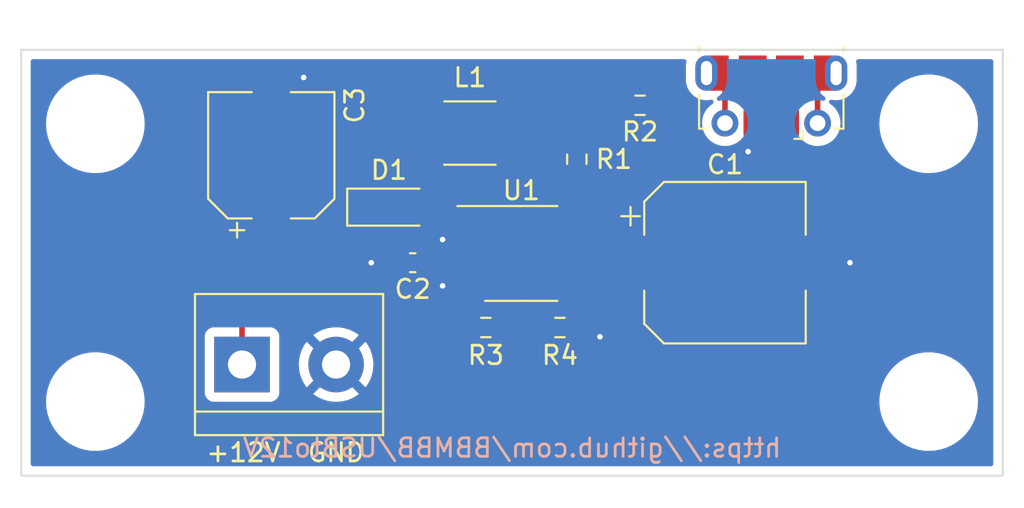
<source format=kicad_pcb>
(kicad_pcb (version 20211014) (generator pcbnew)
  (title_block (title "USBto12V") (date "2022-03-07") (rev "0.1") (company "https://github.com/BBMBB/USBto12V"))
  (layers (0 "F.Cu" signal) (31 "B.Cu" signal) (34 "B.Paste" user) (35 "F.Paste" user) (36 "B.SilkS" user "B.Silkscreen") (37 "F.SilkS" user "F.Silkscreen") (38 "B.Mask" user) (39 "F.Mask" user) (44 "Edge.Cuts" user))
  (net 0 "")
  (net 1 "VBUS")
  (net 2 "GND")
  (net 3 "Net-(C2-Pad1)")
  (net 4 "+12V")
  (net 5 "Net-(D1-Pad2)")
  (net 9 "unconnected-(J1-Pad6)")
  (net 10 "Net-(L1-Pad1)")
  (net 11 "Net-(R1-Pad1)")
  (net 12 "Net-(R3-Pad2)")
  (footprint "MountingHole:MountingHole_4.3mm_M4_DIN965" (layer "F.Cu") (at 84 83)
    (fp_text reference "H3" hide)
    (fp_text value "MountingHole")
    (pad "" np_thru_hole circle (at 0 0) (size 4.3 4.3) (drill 4.3) (layers *.Cu *.Mask))
  )
  (footprint "TerminalBlock:TerminalBlock_bornier-2_P5.08mm" (layer "F.Cu") (at 91.92 96)
    (fp_text reference "J2" hide)
    (fp_text value "Conn_01x02_Female")
    (fp_line (start -2.54 3.81) (end 7.62 3.81) (layer "F.SilkS") (width 0.12))
    (fp_line (start 7.62 3.81) (end 7.62 -3.81) (layer "F.SilkS") (width 0.12))
    (fp_line (start 7.62 -3.81) (end -2.54 -3.81) (layer "F.SilkS") (width 0.12))
    (fp_line (start 7.62 2.54) (end -2.54 2.54) (layer "F.SilkS") (width 0.12))
    (fp_line (start -2.54 -3.81) (end -2.54 3.81) (layer "F.SilkS") (width 0.12))
    (pad "1" thru_hole rect (at 0 0) (size 3 3) (drill 1.52) (layers *.Cu *.Mask) (net 4 "+12V"))
    (pad "2" thru_hole circle (at 5.08 0) (size 3 3) (drill 1.52) (layers *.Cu *.Mask) (net 2 "GND"))
  )
  (footprint "Capacitor_SMD:C_0603_1608Metric_Pad1.08x0.95mm_HandSolder" (layer "F.Cu") (at 101.1375 90.5 180)
    (fp_text reference "C2" (at 0 -1.43) (layer "F.SilkS"))
    (fp_text value "470p")
    (fp_line (start -0.146267 0.51) (end 0.146267 0.51) (layer "F.SilkS") (width 0.12))
    (fp_line (start -0.146267 -0.51) (end 0.146267 -0.51) (layer "F.SilkS") (width 0.12))
    (pad "1" smd roundrect (at -0.8625 0 180) (size 1.075 0.95) (layers "F.Cu" "F.Paste" "F.Mask") (net 3 "Net-(C2-Pad1)"))
    (pad "2" smd roundrect (at 0.8625 0 180) (size 1.075 0.95) (layers "F.Cu" "F.Paste" "F.Mask") (net 2 "GND"))
  )
  (footprint "Capacitor_SMD:CP_Elec_8x10.5" (layer "F.Cu") (at 118 90.5)
    (fp_text reference "C1" (at 0 -5.3) (layer "F.SilkS"))
    (fp_text value "470u")
    (fp_line (start 4.36 -4.36) (end 4.36 -1.51) (layer "F.SilkS") (width 0.12))
    (fp_line (start 4.36 4.36) (end 4.36 1.51) (layer "F.SilkS") (width 0.12))
    (fp_line (start -4.36 -3.295563) (end -4.36 -1.51) (layer "F.SilkS") (width 0.12))
    (fp_line (start -4.36 -3.295563) (end -3.295563 -4.36) (layer "F.SilkS") (width 0.12))
    (fp_line (start -5.1 -3.01) (end -5.1 -2.01) (layer "F.SilkS") (width 0.12))
    (fp_line (start -4.36 3.295563) (end -4.36 1.51) (layer "F.SilkS") (width 0.12))
    (fp_line (start -3.295563 4.36) (end 4.36 4.36) (layer "F.SilkS") (width 0.12))
    (fp_line (start -5.6 -2.51) (end -4.6 -2.51) (layer "F.SilkS") (width 0.12))
    (fp_line (start -3.295563 -4.36) (end 4.36 -4.36) (layer "F.SilkS") (width 0.12))
    (fp_line (start -4.36 3.295563) (end -3.295563 4.36) (layer "F.SilkS") (width 0.12))
    (pad "1" smd roundrect (at -3.7 0) (size 4.4 2.5) (layers "F.Cu" "F.Paste" "F.Mask") (roundrect_rratio 0.1) (net 1 "VBUS"))
    (pad "2" smd roundrect (at 3.7 0) (size 4.4 2.5) (layers "F.Cu" "F.Paste" "F.Mask") (roundrect_rratio 0.1) (net 2 "GND"))
  )
  (footprint "Package_SO:SOP-8_3.9x4.9mm_P1.27mm" (layer "F.Cu") (at 107 90)
    (fp_text reference "U1" (at 0 -3.4) (layer "F.SilkS"))
    (fp_text value "MC34063AG")
    (fp_line (start 0 -2.56) (end 1.95 -2.56) (layer "F.SilkS") (width 0.12))
    (fp_line (start 0 2.56) (end -1.95 2.56) (layer "F.SilkS") (width 0.12))
    (fp_line (start 0 2.56) (end 1.95 2.56) (layer "F.SilkS") (width 0.12))
    (fp_line (start 0 -2.56) (end -3.45 -2.56) (layer "F.SilkS") (width 0.12))
    (pad "1" smd roundrect (at -2.625 -1.905) (size 1.65 0.6) (layers "F.Cu" "F.Paste" "F.Mask") (net 5 "Net-(D1-Pad2)"))
    (pad "2" smd roundrect (at -2.625 -0.635) (size 1.65 0.6) (layers "F.Cu" "F.Paste" "F.Mask") (net 2 "GND"))
    (pad "3" smd roundrect (at -2.625 0.635) (size 1.65 0.6) (layers "F.Cu" "F.Paste" "F.Mask") (net 3 "Net-(C2-Pad1)"))
    (pad "4" smd roundrect (at -2.625 1.905) (size 1.65 0.6) (layers "F.Cu" "F.Paste" "F.Mask") (net 2 "GND"))
    (pad "5" smd roundrect (at 2.625 1.905) (size 1.65 0.6) (layers "F.Cu" "F.Paste" "F.Mask") (net 12 "Net-(R3-Pad2)"))
    (pad "6" smd roundrect (at 2.625 0.635) (size 1.65 0.6) (layers "F.Cu" "F.Paste" "F.Mask") (net 1 "VBUS"))
    (pad "7" smd roundrect (at 2.625 -0.635) (size 1.65 0.6) (layers "F.Cu" "F.Paste" "F.Mask") (net 10 "Net-(L1-Pad1)"))
    (pad "8" smd roundrect (at 2.625 -1.905) (size 1.65 0.6) (layers "F.Cu" "F.Paste" "F.Mask") (net 11 "Net-(R1-Pad1)"))
  )
  (footprint "Capacitor_SMD:CP_Elec_6.3x7.7" (layer "F.Cu") (at 93.5 84.7 90)
    (fp_text reference "C3" (at 2.7 4.5 90) (layer "F.SilkS"))
    (fp_text value "100u")
    (fp_line (start 3.41 -3.41) (end 3.41 -1.06) (layer "F.SilkS") (width 0.12))
    (fp_line (start -2.345563 -3.41) (end 3.41 -3.41) (layer "F.SilkS") (width 0.12))
    (fp_line (start -3.41 2.345563) (end -3.41 1.06) (layer "F.SilkS") (width 0.12))
    (fp_line (start 3.41 3.41) (end 3.41 1.06) (layer "F.SilkS") (width 0.12))
    (fp_line (start -2.345563 3.41) (end 3.41 3.41) (layer "F.SilkS") (width 0.12))
    (fp_line (start -3.41 -2.345563) (end -3.41 -1.06) (layer "F.SilkS") (width 0.12))
    (fp_line (start -3.41 -2.345563) (end -2.345563 -3.41) (layer "F.SilkS") (width 0.12))
    (fp_line (start -4.04375 -2.24125) (end -4.04375 -1.45375) (layer "F.SilkS") (width 0.12))
    (fp_line (start -4.4375 -1.8475) (end -3.65 -1.8475) (layer "F.SilkS") (width 0.12))
    (fp_line (start -3.41 2.345563) (end -2.345563 3.41) (layer "F.SilkS") (width 0.12))
    (pad "1" smd roundrect (at -2.7 0 90) (size 3.5 1.6) (layers "F.Cu" "F.Paste" "F.Mask") (roundrect_rratio 0.15625) (net 4 "+12V"))
    (pad "2" smd roundrect (at 2.7 0 90) (size 3.5 1.6) (layers "F.Cu" "F.Paste" "F.Mask") (roundrect_rratio 0.15625) (net 2 "GND"))
  )
  (footprint "Resistor_SMD:R_0603_1608Metric_Pad0.98x0.95mm_HandSolder" (layer "F.Cu") (at 113.4125 82 180)
    (fp_text reference "R2" (at 0 -1.43) (layer "F.SilkS"))
    (fp_text value "0R22")
    (fp_line (start -0.254724 0.5225) (end 0.254724 0.5225) (layer "F.SilkS") (width 0.12))
    (fp_line (start -0.254724 -0.5225) (end 0.254724 -0.5225) (layer "F.SilkS") (width 0.12))
    (pad "1" smd roundrect (at -0.9125 0 180) (size 0.975 0.95) (layers "F.Cu" "F.Paste" "F.Mask") (net 1 "VBUS"))
    (pad "2" smd roundrect (at 0.9125 0 180) (size 0.975 0.95) (layers "F.Cu" "F.Paste" "F.Mask") (net 10 "Net-(L1-Pad1)"))
  )
  (footprint "MountingHole:MountingHole_4.3mm_M4_DIN965" (layer "F.Cu") (at 84 98)
    (fp_text reference "H2" hide)
    (fp_text value "MountingHole")
    (pad "" np_thru_hole circle (at 0 0) (size 4.3 4.3) (drill 4.3) (layers *.Cu *.Mask))
  )
  (footprint "MountingHole:MountingHole_4.3mm_M4_DIN965" (layer "F.Cu") (at 129 98)
    (fp_text reference "H1" hide)
    (fp_text value "MountingHole")
    (pad "" np_thru_hole circle (at 0 0) (size 4.3 4.3) (drill 4.3) (layers *.Cu *.Mask))
  )
  (footprint "Connector_USB:USB_Micro-B_Molex-105017-0001" (layer "F.Cu") (at 120.5 81.5 180)
    (fp_text reference "J1" hide)
    (fp_text value "USB_B_Micro")
    (fp_line (start -1.7 -2.3125) (end -1.7 -1.8625) (layer "F.SilkS") (width 0.12))
    (fp_line (start -3.9 2.6375) (end -3.9 2.3875) (layer "F.SilkS") (width 0.12))
    (fp_line (start -1.7 -2.3125) (end -1.25 -2.3125) (layer "F.SilkS") (width 0.12))
    (fp_line (start -3.9 0.0875) (end -3.9 -1.7625) (layer "F.SilkS") (width 0.12))
    (fp_line (start 3.9 -1.7625) (end 3.45 -1.7625) (layer "F.SilkS") (width 0.12))
    (fp_line (start 3.9 2.6375) (end 3.9 2.3875) (layer "F.SilkS") (width 0.12))
    (fp_line (start -3.9 -1.7625) (end -3.45 -1.7625) (layer "F.SilkS") (width 0.12))
    (fp_line (start 3.9 0.0875) (end 3.9 -1.7625) (layer "F.SilkS") (width 0.12))
    (pad "1" smd rect (at -1.3 -1.4625 180) (size 0.4 1.35) (layers "F.Cu" "F.Paste" "F.Mask") (net 1 "VBUS"))
    (pad "2" smd rect (at -0.65 -1.4625 180) (size 0.4 1.35) (layers "F.Cu" "F.Paste" "F.Mask"))
    (pad "3" smd rect (at 0 -1.4625 180) (size 0.4 1.35) (layers "F.Cu" "F.Paste" "F.Mask"))
    (pad "4" smd rect (at 0.65 -1.4625 180) (size 0.4 1.35) (layers "F.Cu" "F.Paste" "F.Mask"))
    (pad "5" smd rect (at 1.3 -1.4625 180) (size 0.4 1.35) (layers "F.Cu" "F.Paste" "F.Mask") (net 2 "GND"))
    (pad "6" thru_hole oval (at 3.5 1.2375 180) (size 1.2 1.9) (drill oval 0.6 1.3) (layers *.Cu *.Mask) (net 9 "unconnected-(J1-Pad6)"))
    (pad "6" smd rect (at 1 1.2375 180) (size 1.5 1.9) (layers "F.Cu" "F.Paste" "F.Mask") (net 9 "unconnected-(J1-Pad6)"))
    (pad "6" smd rect (at -1 1.2375 180) (size 1.5 1.9) (layers "F.Cu" "F.Paste" "F.Mask") (net 9 "unconnected-(J1-Pad6)"))
    (pad "6" smd rect (at -2.9 1.2375 180) (size 1.2 1.9) (layers "F.Cu" "F.Mask") (net 9 "unconnected-(J1-Pad6)"))
    (pad "6" smd rect (at 2.9 1.2375 180) (size 1.2 1.9) (layers "F.Cu" "F.Mask") (net 9 "unconnected-(J1-Pad6)"))
    (pad "6" thru_hole oval (at -3.5 1.2375) (size 1.2 1.9) (drill oval 0.6 1.3) (layers *.Cu *.Mask) (net 9 "unconnected-(J1-Pad6)"))
    (pad "6" thru_hole circle (at -2.5 -1.4625 180) (size 1.45 1.45) (drill 0.85) (layers *.Cu *.Mask) (net 9 "unconnected-(J1-Pad6)"))
    (pad "6" thru_hole circle (at 2.5 -1.4625 180) (size 1.45 1.45) (drill 0.85) (layers *.Cu *.Mask) (net 9 "unconnected-(J1-Pad6)"))
  )
  (footprint "Inductor_SMD:L_1812_4532Metric_Pad1.30x3.40mm_HandSolder" (layer "F.Cu") (at 104.225 83.5 180)
    (fp_text reference "L1" (at 0 3) (layer "F.SilkS"))
    (fp_text value "100u")
    (fp_line (start -1.386252 1.71) (end 1.386252 1.71) (layer "F.SilkS") (width 0.12))
    (fp_line (start -1.386252 -1.71) (end 1.386252 -1.71) (layer "F.SilkS") (width 0.12))
    (pad "1" smd roundrect (at -2.225 0 180) (size 1.3 3.4) (layers "F.Cu" "F.Paste" "F.Mask") (roundrect_rratio 0.1923076923) (net 10 "Net-(L1-Pad1)"))
    (pad "2" smd roundrect (at 2.225 0 180) (size 1.3 3.4) (layers "F.Cu" "F.Paste" "F.Mask") (roundrect_rratio 0.1923076923) (net 5 "Net-(D1-Pad2)"))
  )
  (footprint "Resistor_SMD:R_0603_1608Metric_Pad0.98x0.95mm_HandSolder" (layer "F.Cu") (at 110 84.9125 90)
    (fp_text reference "R1" (at 0 2 180) (layer "F.SilkS"))
    (fp_text value "220")
    (fp_line (start -0.254724 -0.5225) (end 0.254724 -0.5225) (layer "F.SilkS") (width 0.12))
    (fp_line (start -0.254724 0.5225) (end 0.254724 0.5225) (layer "F.SilkS") (width 0.12))
    (pad "1" smd roundrect (at -0.9125 0 90) (size 0.975 0.95) (layers "F.Cu" "F.Paste" "F.Mask") (net 11 "Net-(R1-Pad1)"))
    (pad "2" smd roundrect (at 0.9125 0 90) (size 0.975 0.95) (layers "F.Cu" "F.Paste" "F.Mask") (net 10 "Net-(L1-Pad1)"))
  )
  (footprint "Resistor_SMD:R_0603_1608Metric_Pad0.98x0.95mm_HandSolder" (layer "F.Cu") (at 105.0875 94)
    (fp_text reference "R3" (at 0 1.5) (layer "F.SilkS"))
    (fp_text value "13k")
    (fp_line (start -0.254724 0.5225) (end 0.254724 0.5225) (layer "F.SilkS") (width 0.12))
    (fp_line (start -0.254724 -0.5225) (end 0.254724 -0.5225) (layer "F.SilkS") (width 0.12))
    (pad "1" smd roundrect (at -0.9125 0) (size 0.975 0.95) (layers "F.Cu" "F.Paste" "F.Mask") (net 4 "+12V"))
    (pad "2" smd roundrect (at 0.9125 0) (size 0.975 0.95) (layers "F.Cu" "F.Paste" "F.Mask") (net 12 "Net-(R3-Pad2)"))
  )
  (footprint "Diode_SMD:D_SOD-123" (layer "F.Cu") (at 99.85 87.5)
    (fp_text reference "D1" (at 0 -2) (layer "F.SilkS"))
    (fp_text value "B5818W")
    (fp_line (start -2.25 -1) (end 1.65 -1) (layer "F.SilkS") (width 0.12))
    (fp_line (start -2.25 -1) (end -2.25 1) (layer "F.SilkS") (width 0.12))
    (fp_line (start -2.25 1) (end 1.65 1) (layer "F.SilkS") (width 0.12))
    (pad "1" smd rect (at -1.65 0) (size 0.9 1.2) (layers "F.Cu" "F.Paste" "F.Mask") (net 4 "+12V"))
    (pad "2" smd rect (at 1.65 0) (size 0.9 1.2) (layers "F.Cu" "F.Paste" "F.Mask") (net 5 "Net-(D1-Pad2)"))
  )
  (footprint "MountingHole:MountingHole_4.3mm_M4_DIN965" (layer "F.Cu") (at 129 83)
    (fp_text reference "H4" hide)
    (fp_text value "MountingHole")
    (pad "" np_thru_hole circle (at 0 0) (size 4.3 4.3) (drill 4.3) (layers *.Cu *.Mask))
  )
  (footprint "Resistor_SMD:R_0603_1608Metric_Pad0.98x0.95mm_HandSolder" (layer "F.Cu") (at 109.0875 94)
    (fp_text reference "R4" (at 0 1.5) (layer "F.SilkS"))
    (fp_text value "1k5")
    (fp_line (start -0.254724 -0.5225) (end 0.254724 -0.5225) (layer "F.SilkS") (width 0.12))
    (fp_line (start -0.254724 0.5225) (end 0.254724 0.5225) (layer "F.SilkS") (width 0.12))
    (pad "1" smd roundrect (at -0.9125 0) (size 0.975 0.95) (layers "F.Cu" "F.Paste" "F.Mask") (net 12 "Net-(R3-Pad2)"))
    (pad "2" smd roundrect (at 0.9125 0) (size 0.975 0.95) (layers "F.Cu" "F.Paste" "F.Mask") (net 2 "GND"))
  )
  (gr_line (start 80 79) (end 123 79) (layer "Edge.Cuts") (width 0.1))
  (gr_line (start 80 102) (end 80 79) (layer "Edge.Cuts") (width 0.1))
  (gr_line (start 123 79) (end 133 79) (layer "Edge.Cuts") (width 0.1))
  (gr_line (start 133 102) (end 80 102) (layer "Edge.Cuts") (width 0.1))
  (gr_line (start 133 79) (end 133 102) (layer "Edge.Cuts") (width 0.1))
  (gr_text "https://github.com/BBMBB/USBto12V" (at 106.5 100.5) (layer "B.SilkS") (effects (font (size 1 1)) (justify mirror)))
  (gr_text "+12V" (at 92 100.75) (layer "F.SilkS") (effects (font (size 1 1))))
  (gr_text "GND" (at 97 100.75) (layer "F.SilkS") (effects (font (size 1 1))))
  (segment (start 121.8 82.9625) (end 121.8 84.7) (width 0.3) (layer "F.Cu") (net 1))
  (segment (start 121.8 84.7) (end 121 85.5) (width 0.3) (layer "F.Cu") (net 1))
  (segment (start 121 85.5) (end 116.5 85.5) (width 0.3) (layer "F.Cu") (net 1))
  (segment (start 116.5 85.5) (end 114.325 83.325) (width 0.3) (layer "F.Cu") (net 1))
  (segment (start 114.3 90.5) (end 109.76 90.5) (width 0.3) (layer "F.Cu") (net 1))
  (segment (start 114.3 90.5) (end 114.3 87.7) (width 0.3) (layer "F.Cu") (net 1))
  (segment (start 114.325 83.325) (end 114.325 82) (width 0.3) (layer "F.Cu") (net 1))
  (segment (start 109.76 90.5) (end 109.625 90.635) (width 0.3) (layer "F.Cu") (net 1))
  (segment (start 114.3 87.7) (end 116.5 85.5) (width 0.3) (layer "F.Cu") (net 1))
  (segment (start 119.2 82.9625) (end 119.2 84.45) (width 0.3) (layer "F.Cu") (net 2))
  (segment (start 121.7 90.5) (end 124.75 90.5) (width 0.5) (layer "F.Cu") (net 2))
  (segment (start 102.905 91.905) (end 102.75 91.75) (width 0.3) (layer "F.Cu") (net 2))
  (segment (start 104.375 91.905) (end 102.905 91.905) (width 0.3) (layer "F.Cu") (net 2))
  (segment (start 100.275 90.5) (end 98.8995 90.5) (width 0.5) (layer "F.Cu") (net 2))
  (segment (start 104.375 89.365) (end 102.865 89.365) (width 0.3) (layer "F.Cu") (net 2))
  (segment (start 119.2 84.45) (end 119.25 84.5) (width 0.3) (layer "F.Cu") (net 2))
  (segment (start 110 94) (end 110.75 94) (width 0.5) (layer "F.Cu") (net 2))
  (segment (start 94.75 80.5) (end 95.25 80.5) (width 0.5) (layer "F.Cu") (net 2))
  (segment (start 110.75 94) (end 111.25 94.5) (width 0.5) (layer "F.Cu") (net 2))
  (segment (start 102.865 89.365) (end 102.75 89.25) (width 0.3) (layer "F.Cu") (net 2))
  (segment (start 93.5 81.75) (end 94.75 80.5) (width 0.5) (layer "F.Cu") (net 2))
  (segment (start 93.5 82) (end 93.5 81.75) (width 0.5) (layer "F.Cu") (net 2))
  (via (at 102.75 91.75) (size 0.7) (drill 0.3) (layers "F.Cu" "B.Cu") (net 2))
  (via (at 102.75 89.25) (size 0.7) (drill 0.3) (layers "F.Cu" "B.Cu") (net 2))
  (via (at 98.8995 90.5) (size 0.7) (drill 0.3) (layers "F.Cu" "B.Cu") (net 2))
  (via (at 124.75 90.5) (size 0.7) (drill 0.3) (layers "F.Cu" "B.Cu") (net 2))
  (via (at 119.25 84.5) (size 0.7) (drill 0.3) (layers "F.Cu" "B.Cu") (net 2))
  (via (at 95.25 80.5) (size 0.7) (drill 0.3) (layers "F.Cu" "B.Cu") (net 2))
  (via (at 111.25 94.5) (size 0.7) (drill 0.3) (layers "F.Cu" "B.Cu") (net 2))
  (segment (start 104.24 90.5) (end 104.375 90.635) (width 0.3) (layer "F.Cu") (net 3))
  (segment (start 102 90.5) (end 104.24 90.5) (width 0.3) (layer "F.Cu") (net 3))
  (segment (start 93.5 87.4) (end 93.6 87.5) (width 0.3) (layer "F.Cu") (net 4))
  (segment (start 104.175 94) (end 101 94) (width 0.3) (layer "F.Cu") (net 4))
  (segment (start 98.2 91.2) (end 98.2 87.5) (width 0.3) (layer "F.Cu") (net 4))
  (segment (start 101 94) (end 98.2 91.2) (width 0.3) (layer "F.Cu") (net 4))
  (segment (start 91.92 88.98) (end 91.92 96) (width 0.3) (layer "F.Cu") (net 4))
  (segment (start 93.5 87.4) (end 91.92 88.98) (width 0.3) (layer "F.Cu") (net 4))
  (segment (start 93.6 87.5) (end 98.2 87.5) (width 0.3) (layer "F.Cu") (net 4))
  (segment (start 103.78 87.5) (end 101.5 87.5) (width 0.3) (layer "F.Cu") (net 5))
  (segment (start 101.5 84) (end 101.5 87.5) (width 0.3) (layer "F.Cu") (net 5))
  (segment (start 102 83.5) (end 101.5 84) (width 0.3) (layer "F.Cu") (net 5))
  (segment (start 104.375 88.095) (end 103.78 87.5) (width 0.3) (layer "F.Cu") (net 5))
  (segment (start 119.5 80.2625) (end 121.5 80.2625) (width 0.3) (layer "F.Cu") (net 9))
  (segment (start 123 82.9625) (end 123 80.6625) (width 0.3) (layer "F.Cu") (net 9))
  (segment (start 124 80.2625) (end 123.4 80.2625) (width 0.3) (layer "F.Cu") (net 9))
  (segment (start 121.5 80.2625) (end 123.4 80.2625) (width 0.3) (layer "F.Cu") (net 9))
  (segment (start 118 82.9625) (end 118 80.6625) (width 0.3) (layer "F.Cu") (net 9))
  (segment (start 117 80.2625) (end 117.6 80.2625) (width 0.3) (layer "F.Cu") (net 9))
  (segment (start 123 80.6625) (end 123.4 80.2625) (width 0.3) (layer "F.Cu") (net 9))
  (segment (start 118 80.6625) (end 117.6 80.2625) (width 0.3) (layer "F.Cu") (net 9))
  (segment (start 117.6 80.2625) (end 119.5 80.2625) (width 0.3) (layer "F.Cu") (net 9))
  (segment (start 106.95 84) (end 106.45 83.5) (width 0.3) (layer "F.Cu") (net 10))
  (segment (start 110 84) (end 106.95 84) (width 0.3) (layer "F.Cu") (net 10))
  (segment (start 110 82.5) (end 110 84) (width 0.3) (layer "F.Cu") (net 10))
  (segment (start 110.5 82) (end 110 82.5) (width 0.3) (layer "F.Cu") (net 10))
  (segment (start 110.635 89.365) (end 109.625 89.365) (width 0.3) (layer "F.Cu") (net 10))
  (segment (start 111.5 85.5) (end 111.5 88.5) (width 0.3) (layer "F.Cu") (net 10))
  (segment (start 112.5 82) (end 110.5 82) (width 0.3) (layer "F.Cu") (net 10))
  (segment (start 111.5 88.5) (end 110.635 89.365) (width 0.3) (layer "F.Cu") (net 10))
  (segment (start 110 84) (end 111.5 85.5) (width 0.3) (layer "F.Cu") (net 10))
  (segment (start 110 87.72) (end 109.625 88.095) (width 0.3) (layer "F.Cu") (net 11))
  (segment (start 110 85.825) (end 110 87.72) (width 0.3) (layer "F.Cu") (net 11))
  (segment (start 109.625 91.905) (end 108.845 91.905) (width 0.3) (layer "F.Cu") (net 12))
  (segment (start 108.845 91.905) (end 108.175 92.575) (width 0.3) (layer "F.Cu") (net 12))
  (segment (start 108.175 92.575) (end 108.175 94) (width 0.3) (layer "F.Cu") (net 12))
  (segment (start 106 94) (end 108.175 94) (width 0.3) (layer "F.Cu") (net 12))
  (zone (net 2) (net_name "GND") (layer "B.Cu") (connect_pads (clearance 0.508)) (min_thickness 0.254) (fill yes (thermal_gap 0.508) (thermal_bridge_width 0.508))
    (polygon (pts (xy 133.75 103.5) (xy 79.25 103.75) (xy 79.75 78.5) (xy 133.75 78.5)))
  )
)
</source>
